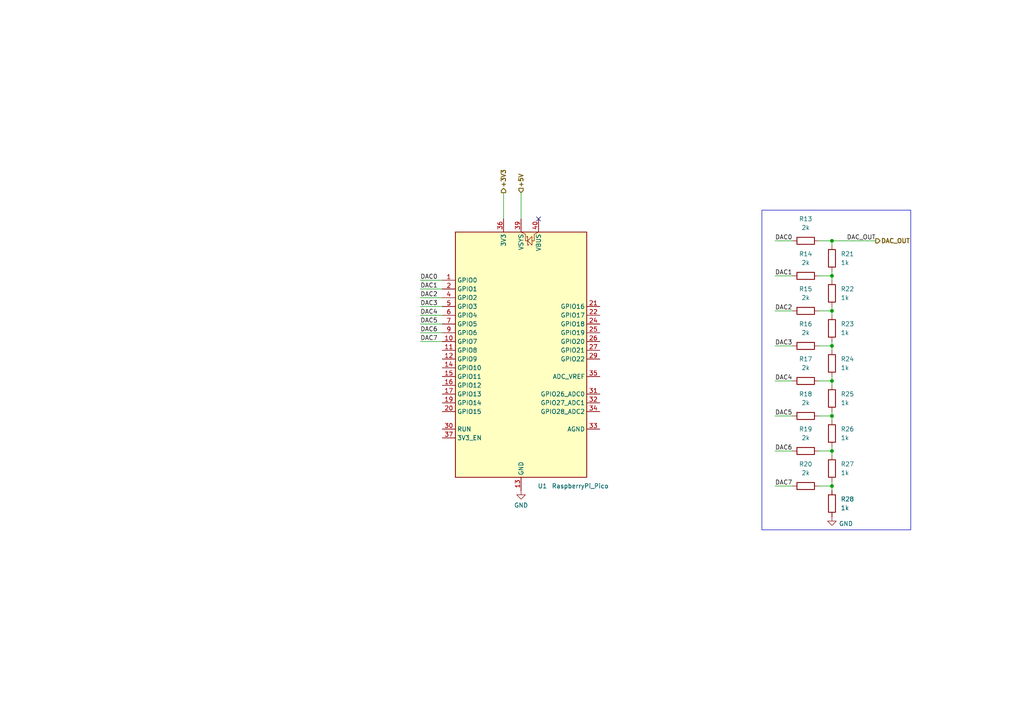
<source format=kicad_sch>
(kicad_sch (version 20231120) (generator "eeschema") (generator_version "8.0")
  (paper "A4")
  (lib_symbols
    (symbol "Device:R" (pin_numbers hide) (pin_names (offset 0))
      (property "Reference" "R" (at 2.032 0 90))
      (property "Value" "R" (at 0 0 90))
      (symbol "R_0_1"
        (rectangle (start -1.016 -2.54) (end 1.016 2.54) (stroke (width 0.254)))
      )
      (symbol "R_1_1"
        (pin passive line (at 0 3.81 270) (length 1.27) (name "~") (number "1"))
        (pin passive line (at 0 -3.81 90) (length 1.27) (name "~") (number "2"))
      )
    )
    (symbol "MCU_Module_RaspberryPi_Pico:RaspberryPi_Pico"
      (property "Reference" "U" (at -19.05 38.1 0))
      (property "Value" "RaspberryPi_Pico" (at 7.62 38.1 0))
      (symbol "RaspberryPi_Pico_0_1"
        (rectangle (start -19.05 36.83) (end 19.05 -34.29) (stroke (width 0.254)) (fill (type background)))
        (polyline (pts (xy 0 36.83) (xy 1.27 36.195) (xy 1.27 34.29) (xy 1.905 34.29)))
        (polyline (pts (xy 1.905 34.29) (xy 3.175 35.56) (xy 3.175 33.02) (xy 1.905 34.29)))
        (polyline (pts (xy 5.08 36.83) (xy 3.81 36.195) (xy 3.81 34.29) (xy 3.175 34.29)))
        (polyline (pts (xy 1.651 35.306) (xy 1.651 35.56) (xy 1.905 35.56) (xy 1.905 33.02) (xy 2.159 33.02) (xy 2.159 33.274)))
      )
      (symbol "RaspberryPi_Pico_1_1"
        (pin bidirectional line (at -22.86 22.86 0) (length 3.81) (name "GPIO0") (number "1"))
        (pin bidirectional line (at -22.86 5.08 0) (length 3.81) (name "GPIO7") (number "10"))
        (pin bidirectional line (at -22.86 2.54 0) (length 3.81) (name "GPIO8") (number "11"))
        (pin bidirectional line (at -22.86 0 0) (length 3.81) (name "GPIO9") (number "12"))
        (pin power_out line (at 0 -38.1 90) (length 3.81) (name "GND") (number "13"))
        (pin bidirectional line (at -22.86 -2.54 0) (length 3.81) (name "GPIO10") (number "14"))
        (pin bidirectional line (at -22.86 -5.08 0) (length 3.81) (name "GPIO11") (number "15"))
        (pin bidirectional line (at -22.86 -7.62 0) (length 3.81) (name "GPIO12") (number "16"))
        (pin bidirectional line (at -22.86 -10.16 0) (length 3.81) (name "GPIO13") (number "17"))
        (pin passive line (at 0 -38.1 90) (length 3.81) hide (name "GND") (number "18"))
        (pin bidirectional line (at -22.86 -12.7 0) (length 3.81) (name "GPIO14") (number "19"))
        (pin bidirectional line (at -22.86 20.32 0) (length 3.81) (name "GPIO1") (number "2"))
        (pin bidirectional line (at -22.86 -15.24 0) (length 3.81) (name "GPIO15") (number "20"))
        (pin bidirectional line (at 22.86 15.24 180) (length 3.81) (name "GPIO16") (number "21"))
        (pin bidirectional line (at 22.86 12.7 180) (length 3.81) (name "GPIO17") (number "22"))
        (pin passive line (at 0 -38.1 90) (length 3.81) hide (name "GND") (number "23"))
        (pin bidirectional line (at 22.86 10.16 180) (length 3.81) (name "GPIO18") (number "24"))
        (pin bidirectional line (at 22.86 7.62 180) (length 3.81) (name "GPIO19") (number "25"))
        (pin bidirectional line (at 22.86 5.08 180) (length 3.81) (name "GPIO20") (number "26"))
        (pin bidirectional line (at 22.86 2.54 180) (length 3.81) (name "GPIO21") (number "27"))
        (pin passive line (at 0 -38.1 90) (length 3.81) hide (name "GND") (number "28"))
        (pin bidirectional line (at 22.86 0 180) (length 3.81) (name "GPIO22") (number "29"))
        (pin passive line (at 0 -38.1 90) (length 3.81) hide (name "GND") (number "3"))
        (pin input line (at -22.86 -20.32 0) (length 3.81) (name "RUN") (number "30"))
        (pin bidirectional line (at 22.86 -10.16 180) (length 3.81) (name "GPIO26_ADC0") (number "31"))
        (pin bidirectional line (at 22.86 -12.7 180) (length 3.81) (name "GPIO27_ADC1") (number "32"))
        (pin power_in line (at 22.86 -20.32 180) (length 3.81) (name "AGND") (number "33"))
        (pin bidirectional line (at 22.86 -15.24 180) (length 3.81) (name "GPIO28_ADC2") (number "34"))
        (pin power_in line (at 22.86 -5.08 180) (length 3.81) (name "ADC_VREF") (number "35"))
        (pin power_out line (at -5.08 40.64 270) (length 3.81) (name "3V3") (number "36"))
        (pin input line (at -22.86 -22.86 0) (length 3.81) (name "3V3_EN") (number "37"))
        (pin passive line (at 0 -38.1 90) (length 3.81) hide (name "GND") (number "38"))
        (pin power_in line (at 0 40.64 270) (length 3.81) (name "VSYS") (number "39"))
        (pin bidirectional line (at -22.86 17.78 0) (length 3.81) (name "GPIO2") (number "4"))
        (pin power_out line (at 5.08 40.64 270) (length 3.81) (name "VBUS") (number "40"))
        (pin bidirectional line (at -22.86 15.24 0) (length 3.81) (name "GPIO3") (number "5"))
        (pin bidirectional line (at -22.86 12.7 0) (length 3.81) (name "GPIO4") (number "6"))
        (pin bidirectional line (at -22.86 10.16 0) (length 3.81) (name "GPIO5") (number "7"))
        (pin passive line (at 0 -38.1 90) (length 3.81) hide (name "GND") (number "8"))
        (pin bidirectional line (at -22.86 7.62 0) (length 3.81) (name "GPIO6") (number "9"))
      )
    )
    (symbol "power:GND" (power) (pin_numbers hide) (pin_names (offset 0) hide)
      (property "Value" "GND" (at 0 -3.81 0))
      (symbol "GND_0_1"
        (polyline (pts (xy 0 0) (xy 0 -1.27) (xy 1.27 -1.27) (xy 0 -2.54) (xy -1.27 -1.27) (xy 0 -1.27)))
      )
      (symbol "GND_1_1"
        (pin power_in line (at 0 0 270) (length 0) (name "~") (number "1"))
      )
    )
  )
  (junction (at 241.3 120.65))
  (junction (at 241.3 100.33))
  (junction (at 241.3 130.81))
  (junction (at 241.3 110.49))
  (junction (at 241.3 90.17))
  (junction (at 241.3 69.85))
  (junction (at 241.3 140.97))
  (junction (at 241.3 80.01))
  (no_connect (at 156.21 63.5))
  (wire (pts (xy 241.3 111.76) (xy 241.3 110.49)))
  (wire (pts (xy 241.3 81.28) (xy 241.3 80.01)))
  (wire (pts (xy 237.49 120.65) (xy 241.3 120.65)))
  (wire (pts (xy 121.92 88.9) (xy 128.27 88.9)))
  (wire (pts (xy 121.92 86.36) (xy 128.27 86.36)))
  (wire (pts (xy 237.49 130.81) (xy 241.3 130.81)))
  (wire (pts (xy 121.92 96.52) (xy 128.27 96.52)))
  (wire (pts (xy 241.3 101.6) (xy 241.3 100.33)))
  (wire (pts (xy 237.49 100.33) (xy 241.3 100.33)))
  (wire (pts (xy 241.3 121.92) (xy 241.3 120.65)))
  (wire (pts (xy 241.3 140.97) (xy 241.3 139.7)))
  (wire (pts (xy 237.49 140.97) (xy 241.3 140.97)))
  (wire (pts (xy 224.79 90.17) (xy 229.87 90.17)))
  (wire (pts (xy 224.79 100.33) (xy 229.87 100.33)))
  (wire (pts (xy 237.49 80.01) (xy 241.3 80.01)))
  (wire (pts (xy 121.92 83.82) (xy 128.27 83.82)))
  (wire (pts (xy 224.79 120.65) (xy 229.87 120.65)))
  (wire (pts (xy 241.3 120.65) (xy 241.3 119.38)))
  (wire (pts (xy 237.49 110.49) (xy 241.3 110.49)))
  (wire (pts (xy 241.3 69.85) (xy 254 69.85)))
  (wire (pts (xy 241.3 71.12) (xy 241.3 69.85)))
  (wire (pts (xy 121.92 81.28) (xy 128.27 81.28)))
  (wire (pts (xy 237.49 90.17) (xy 241.3 90.17)))
  (wire (pts (xy 121.92 99.06) (xy 128.27 99.06)))
  (wire (pts (xy 224.79 130.81) (xy 229.87 130.81)))
  (wire (pts (xy 224.79 140.97) (xy 229.87 140.97)))
  (wire (pts (xy 241.3 130.81) (xy 241.3 129.54)))
  (wire (pts (xy 241.3 90.17) (xy 241.3 88.9)))
  (wire (pts (xy 121.92 93.98) (xy 128.27 93.98)))
  (wire (pts (xy 224.79 110.49) (xy 229.87 110.49)))
  (wire (pts (xy 121.92 91.44) (xy 128.27 91.44)))
  (wire (pts (xy 146.05 55.88) (xy 146.05 63.5)))
  (wire (pts (xy 241.3 80.01) (xy 241.3 78.74)))
  (wire (pts (xy 237.49 69.85) (xy 241.3 69.85)))
  (wire (pts (xy 241.3 100.33) (xy 241.3 99.06)))
  (wire (pts (xy 151.13 55.88) (xy 151.13 63.5)))
  (wire (pts (xy 224.79 80.01) (xy 229.87 80.01)))
  (wire (pts (xy 241.3 142.24) (xy 241.3 140.97)))
  (wire (pts (xy 241.3 110.49) (xy 241.3 109.22)))
  (wire (pts (xy 224.79 69.85) (xy 229.87 69.85)))
  (wire (pts (xy 241.3 132.08) (xy 241.3 130.81)))
  (wire (pts (xy 241.3 91.44) (xy 241.3 90.17)))
  (rectangle (start 220.98 60.96) (end 264.16 153.67))
  (label "DAC6" (at 121.92 96.52 0))
  (label "DAC7" (at 121.92 99.06 0))
  (label "DAC6" (at 224.79 130.81 0))
  (label "DAC2" (at 121.92 86.36 0))
  (label "DAC2" (at 224.79 90.17 0))
  (label "DAC1" (at 224.79 80.01 0))
  (label "DAC1" (at 121.92 83.82 0))
  (label "DAC5" (at 224.79 120.65 0))
  (label "DAC0" (at 224.79 69.85 0))
  (label "DAC5" (at 121.92 93.98 0))
  (label "DAC3" (at 121.92 88.9 0))
  (label "DAC7" (at 224.79 140.97 0))
  (label "DAC0" (at 121.92 81.28 0))
  (label "DAC4" (at 224.79 110.49 0))
  (label "DAC4" (at 121.92 91.44 0))
  (label "DAC3" (at 224.79 100.33 0))
  (label "DAC_OUT" (at 254 69.85 180))
  (hierarchical_label "+3V3" (shape output) (at 146.05 55.88 90) (effects (font (thickness 0.254) (bold yes))))
  (hierarchical_label "+5V" (shape input) (at 151.13 55.88 90) (effects (font (thickness 0.254) (bold yes))))
  (hierarchical_label "DAC_OUT" (shape output) (at 254 69.85 0) (effects (font (thickness 0.254) (bold yes))))
  (symbol (lib_id "Device:R") (at 233.68 140.97 270) (unit 1)
    (property "Reference" "R20" (at 233.68 134.62 90))
    (property "Value" "2k" (at 233.68 137.16 90))
    (property "Footprint" "Resistor_SMD:R_0805_2012Metric_Pad1.20x1.40mm_HandSolder" (effects (hide yes)))
    (property "Description" "Resistor" (effects (hide yes)))
  )
  (symbol (lib_id "MCU_Module_RaspberryPi_Pico:RaspberryPi_Pico") (at 151.13 104.14 0) (unit 1)
    (property "Reference" "U1" (at 155.956 140.97 0) (effects (justify left)))
    (property "Value" "RaspberryPi_Pico" (at 160.02 140.97 0) (effects (justify left)))
    (property "Footprint" "Module_RaspberryPi_Pico:RaspberryPi_Pico_Common" (effects (hide yes)))
    (property "Datasheet" "https://datasheets.raspberrypi.com/pico/pico-datasheet.pdf" (effects (hide yes)))
    (property "Description" "Versatile and inexpensive microcontroller module (with full pinout for reflow soldering) powered by RP2040 dual-core Arm Cortex-M0+ processor up to 133 MHz, 264kB SRAM, 2MB QSPI flash" (effects (hide yes)))
  )
  (symbol (lib_id "Device:R") (at 233.68 80.01 270) (unit 1)
    (property "Reference" "R14" (at 233.68 73.66 90))
    (property "Value" "2k" (at 233.68 76.2 90))
    (property "Footprint" "Resistor_SMD:R_0805_2012Metric_Pad1.20x1.40mm_HandSolder" (effects (hide yes)))
    (property "Description" "Resistor" (effects (hide yes)))
  )
  (symbol (lib_id "Device:R") (at 241.3 115.57 180) (unit 1)
    (property "Reference" "R25" (at 243.84 114.2999 0) (effects (justify right)))
    (property "Value" "1k" (at 243.84 116.8399 0) (effects (justify right)))
    (property "Footprint" "Resistor_SMD:R_0805_2012Metric_Pad1.20x1.40mm_HandSolder" (effects (hide yes)))
    (property "Description" "Resistor" (effects (hide yes)))
  )
  (symbol (lib_id "Device:R") (at 233.68 90.17 270) (unit 1)
    (property "Reference" "R15" (at 233.68 83.82 90))
    (property "Value" "2k" (at 233.68 86.36 90))
    (property "Footprint" "Resistor_SMD:R_0805_2012Metric_Pad1.20x1.40mm_HandSolder" (effects (hide yes)))
    (property "Description" "Resistor" (effects (hide yes)))
  )
  (symbol (lib_id "Device:R") (at 233.68 100.33 270) (unit 1)
    (property "Reference" "R16" (at 233.68 93.98 90))
    (property "Value" "2k" (at 233.68 96.52 90))
    (property "Footprint" "Resistor_SMD:R_0805_2012Metric_Pad1.20x1.40mm_HandSolder" (effects (hide yes)))
    (property "Description" "Resistor" (effects (hide yes)))
  )
  (symbol (lib_id "Device:R") (at 241.3 135.89 180) (unit 1)
    (property "Reference" "R27" (at 243.84 134.6199 0) (effects (justify right)))
    (property "Value" "1k" (at 243.84 137.1599 0) (effects (justify right)))
    (property "Footprint" "Resistor_SMD:R_0805_2012Metric_Pad1.20x1.40mm_HandSolder" (effects (hide yes)))
    (property "Description" "Resistor" (effects (hide yes)))
  )
  (symbol (lib_id "Device:R") (at 233.68 130.81 270) (unit 1)
    (property "Reference" "R19" (at 233.68 124.46 90))
    (property "Value" "2k" (at 233.68 127 90))
    (property "Footprint" "Resistor_SMD:R_0805_2012Metric_Pad1.20x1.40mm_HandSolder" (effects (hide yes)))
    (property "Description" "Resistor" (effects (hide yes)))
  )
  (symbol (lib_id "power:GND") (at 241.3 149.86 0) (unit 1)
    (property "Reference" "#PWR012" (effects (hide yes)))
    (property "Value" "GND" (at 245.364 151.892 0))
    (property "Description" "Power symbol creates a global label with name \"GND\" , ground" (effects (hide yes)))
  )
  (symbol (lib_id "Device:R") (at 233.68 69.85 270) (unit 1)
    (property "Reference" "R13" (at 233.68 63.5 90))
    (property "Value" "2k" (at 233.68 66.04 90))
    (property "Footprint" "Resistor_SMD:R_0805_2012Metric_Pad1.20x1.40mm_HandSolder" (effects (hide yes)))
    (property "Description" "Resistor" (effects (hide yes)))
  )
  (symbol (lib_id "Device:R") (at 233.68 120.65 270) (unit 1)
    (property "Reference" "R18" (at 233.68 114.3 90))
    (property "Value" "2k" (at 233.68 116.84 90))
    (property "Footprint" "Resistor_SMD:R_0805_2012Metric_Pad1.20x1.40mm_HandSolder" (effects (hide yes)))
    (property "Description" "Resistor" (effects (hide yes)))
  )
  (symbol (lib_id "Device:R") (at 233.68 110.49 270) (unit 1)
    (property "Reference" "R17" (at 233.68 104.14 90))
    (property "Value" "2k" (at 233.68 106.68 90))
    (property "Footprint" "Resistor_SMD:R_0805_2012Metric_Pad1.20x1.40mm_HandSolder" (effects (hide yes)))
    (property "Description" "Resistor" (effects (hide yes)))
  )
  (symbol (lib_id "Device:R") (at 241.3 74.93 180) (unit 1)
    (property "Reference" "R21" (at 243.84 73.6599 0) (effects (justify right)))
    (property "Value" "1k" (at 243.84 76.1999 0) (effects (justify right)))
    (property "Footprint" "Resistor_SMD:R_0805_2012Metric_Pad1.20x1.40mm_HandSolder" (effects (hide yes)))
    (property "Description" "Resistor" (effects (hide yes)))
  )
  (symbol (lib_id "Device:R") (at 241.3 95.25 180) (unit 1)
    (property "Reference" "R23" (at 243.84 93.9799 0) (effects (justify right)))
    (property "Value" "1k" (at 243.84 96.5199 0) (effects (justify right)))
    (property "Footprint" "Resistor_SMD:R_0805_2012Metric_Pad1.20x1.40mm_HandSolder" (effects (hide yes)))
    (property "Description" "Resistor" (effects (hide yes)))
  )
  (symbol (lib_id "Device:R") (at 241.3 105.41 180) (unit 1)
    (property "Reference" "R24" (at 243.84 104.1399 0) (effects (justify right)))
    (property "Value" "1k" (at 243.84 106.6799 0) (effects (justify right)))
    (property "Footprint" "Resistor_SMD:R_0805_2012Metric_Pad1.20x1.40mm_HandSolder" (effects (hide yes)))
    (property "Description" "Resistor" (effects (hide yes)))
  )
  (symbol (lib_id "Device:R") (at 241.3 146.05 180) (unit 1)
    (property "Reference" "R28" (at 243.84 144.7799 0) (effects (justify right)))
    (property "Value" "1k" (at 243.84 147.3199 0) (effects (justify right)))
    (property "Footprint" "Resistor_SMD:R_0805_2012Metric_Pad1.20x1.40mm_HandSolder" (effects (hide yes)))
    (property "Description" "Resistor" (effects (hide yes)))
  )
  (symbol (lib_id "Device:R") (at 241.3 125.73 180) (unit 1)
    (property "Reference" "R26" (at 243.84 124.4599 0) (effects (justify right)))
    (property "Value" "1k" (at 243.84 126.9999 0) (effects (justify right)))
    (property "Footprint" "Resistor_SMD:R_0805_2012Metric_Pad1.20x1.40mm_HandSolder" (effects (hide yes)))
    (property "Description" "Resistor" (effects (hide yes)))
  )
  (symbol (lib_id "power:GND") (at 151.13 142.24 0) (unit 1)
    (property "Reference" "#PWR020" (effects (hide yes)))
    (property "Value" "GND" (at 151.13 146.558 0))
    (property "Description" "Power symbol creates a global label with name \"GND\" , ground" (effects (hide yes)))
  )
  (symbol (lib_id "Device:R") (at 241.3 85.09 180) (unit 1)
    (property "Reference" "R22" (at 243.84 83.8199 0) (effects (justify right)))
    (property "Value" "1k" (at 243.84 86.3599 0) (effects (justify right)))
    (property "Footprint" "Resistor_SMD:R_0805_2012Metric_Pad1.20x1.40mm_HandSolder" (effects (hide yes)))
    (property "Description" "Resistor" (effects (hide yes)))
  )
)
</source>
